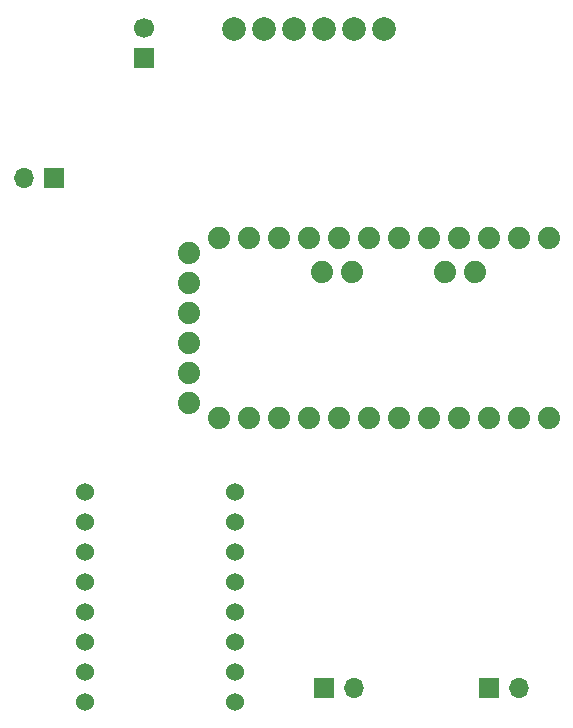
<source format=gbr>
%TF.GenerationSoftware,KiCad,Pcbnew,(6.0.1)*%
%TF.CreationDate,2022-05-11T20:09:52-07:00*%
%TF.ProjectId,BlackberryJam_pcb,426c6163-6b62-4657-9272-794a616d5f70,rev?*%
%TF.SameCoordinates,Original*%
%TF.FileFunction,Soldermask,Bot*%
%TF.FilePolarity,Negative*%
%FSLAX46Y46*%
G04 Gerber Fmt 4.6, Leading zero omitted, Abs format (unit mm)*
G04 Created by KiCad (PCBNEW (6.0.1)) date 2022-05-11 20:09:52*
%MOMM*%
%LPD*%
G01*
G04 APERTURE LIST*
%ADD10R,1.700000X1.700000*%
%ADD11C,1.700000*%
%ADD12C,2.000000*%
%ADD13C,1.524000*%
%ADD14C,1.879600*%
%ADD15O,1.700000X1.700000*%
G04 APERTURE END LIST*
D10*
%TO.C,U1*%
X16510000Y-7620000D03*
D11*
X16510000Y-5080000D03*
%TD*%
D12*
%TO.C,U4*%
X36830000Y-5174000D03*
X34290000Y-5174000D03*
X31750000Y-5174000D03*
X29210000Y-5174000D03*
X26670000Y-5174000D03*
X24130000Y-5174000D03*
%TD*%
D13*
%TO.C,U5*%
X11525000Y-44355000D03*
X11525000Y-46895000D03*
X11525000Y-49435000D03*
X11525000Y-51975000D03*
X11525000Y-54515000D03*
X11525000Y-57055000D03*
X11525000Y-59595000D03*
X11525000Y-62135000D03*
X24225000Y-62135000D03*
X24225000Y-59595000D03*
X24225000Y-57055000D03*
X24225000Y-54515000D03*
X24225000Y-51975000D03*
X24225000Y-49435000D03*
X24225000Y-46895000D03*
X24225000Y-44355000D03*
%TD*%
D14*
%TO.C,U2*%
X20320000Y-24130000D03*
X20320000Y-26670000D03*
X20320000Y-29210000D03*
X20320000Y-31750000D03*
X20320000Y-34290000D03*
X20320000Y-36830000D03*
X34163000Y-25781000D03*
X31623000Y-25781000D03*
X44577000Y-25781000D03*
X42037000Y-25781000D03*
X22860000Y-22860000D03*
X25400000Y-22860000D03*
X27940000Y-22860000D03*
X30480000Y-22860000D03*
X33020000Y-22860000D03*
X35560000Y-22860000D03*
X38100000Y-22860000D03*
X40640000Y-22860000D03*
X43180000Y-22860000D03*
X45720000Y-22860000D03*
X48260000Y-22860000D03*
X50800000Y-22860000D03*
X50800000Y-38100000D03*
X48260000Y-38100000D03*
X45720000Y-38100000D03*
X43180000Y-38100000D03*
X40640000Y-38100000D03*
X38100000Y-38100000D03*
X35560000Y-38100000D03*
X33020000Y-38100000D03*
X30480000Y-38100000D03*
X27940000Y-38100000D03*
X25400000Y-38100000D03*
X22860000Y-38100000D03*
%TD*%
D10*
%TO.C,U3*%
X31750000Y-60960000D03*
D15*
X34290000Y-60960000D03*
%TD*%
D10*
%TO.C,M2*%
X8890000Y-17780000D03*
D15*
X6350000Y-17780000D03*
%TD*%
D10*
%TO.C,M3*%
X45720000Y-60960000D03*
D15*
X48260000Y-60960000D03*
%TD*%
M02*

</source>
